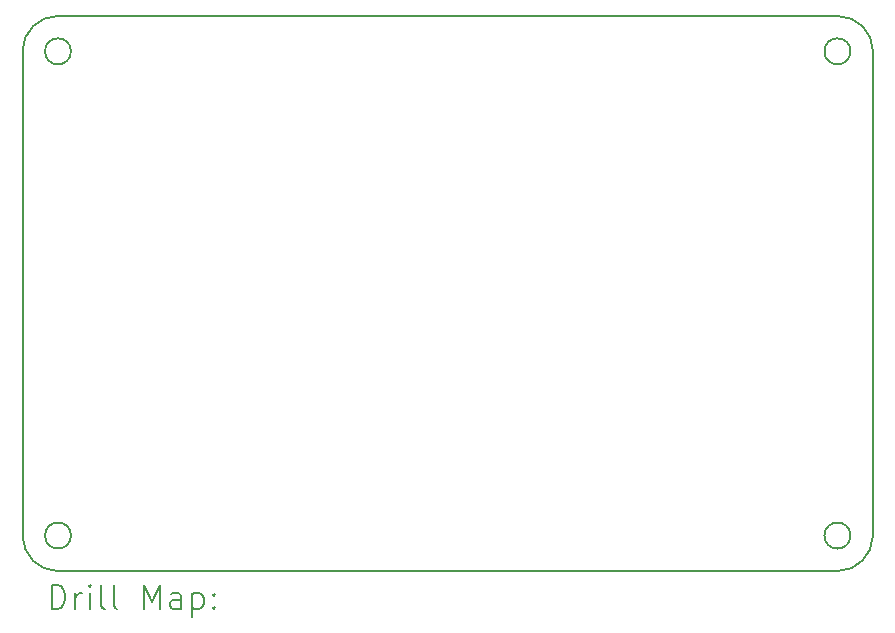
<source format=gbr>
%TF.GenerationSoftware,KiCad,Pcbnew,(6.0.11)*%
%TF.CreationDate,2023-04-21T23:53:47+09:00*%
%TF.ProjectId,line_board,6c696e65-5f62-46f6-9172-642e6b696361,rev?*%
%TF.SameCoordinates,Original*%
%TF.FileFunction,Drillmap*%
%TF.FilePolarity,Positive*%
%FSLAX45Y45*%
G04 Gerber Fmt 4.5, Leading zero omitted, Abs format (unit mm)*
G04 Created by KiCad (PCBNEW (6.0.11)) date 2023-04-21 23:53:47*
%MOMM*%
%LPD*%
G01*
G04 APERTURE LIST*
%ADD10C,0.200000*%
G04 APERTURE END LIST*
D10*
X13996000Y-7317000D02*
G75*
G03*
X13696000Y-7617000I0J-300000D01*
G01*
X13696000Y-11717000D02*
X13696000Y-7617000D01*
X13696000Y-11717000D02*
G75*
G03*
X13996000Y-12017000I300000J0D01*
G01*
X20596000Y-12017000D02*
X13996000Y-12017000D01*
X20596000Y-12017000D02*
G75*
G03*
X20896000Y-11717000I0J300000D01*
G01*
X20896000Y-7617000D02*
X20896000Y-11717000D01*
X20896000Y-7617000D02*
G75*
G03*
X20596000Y-7317000I-300000J0D01*
G01*
X13996000Y-7317000D02*
X20596000Y-7317000D01*
X20706000Y-7617000D02*
G75*
G03*
X20706000Y-7617000I-110000J0D01*
G01*
X20706000Y-11717000D02*
G75*
G03*
X20706000Y-11717000I-110000J0D01*
G01*
X14106000Y-11717000D02*
G75*
G03*
X14106000Y-11717000I-110000J0D01*
G01*
X14106000Y-7617000D02*
G75*
G03*
X14106000Y-7617000I-110000J0D01*
G01*
X13943619Y-12337476D02*
X13943619Y-12137476D01*
X13991238Y-12137476D01*
X14019809Y-12147000D01*
X14038857Y-12166048D01*
X14048381Y-12185095D01*
X14057905Y-12223190D01*
X14057905Y-12251762D01*
X14048381Y-12289857D01*
X14038857Y-12308905D01*
X14019809Y-12327952D01*
X13991238Y-12337476D01*
X13943619Y-12337476D01*
X14143619Y-12337476D02*
X14143619Y-12204143D01*
X14143619Y-12242238D02*
X14153143Y-12223190D01*
X14162667Y-12213667D01*
X14181714Y-12204143D01*
X14200762Y-12204143D01*
X14267428Y-12337476D02*
X14267428Y-12204143D01*
X14267428Y-12137476D02*
X14257905Y-12147000D01*
X14267428Y-12156524D01*
X14276952Y-12147000D01*
X14267428Y-12137476D01*
X14267428Y-12156524D01*
X14391238Y-12337476D02*
X14372190Y-12327952D01*
X14362667Y-12308905D01*
X14362667Y-12137476D01*
X14496000Y-12337476D02*
X14476952Y-12327952D01*
X14467428Y-12308905D01*
X14467428Y-12137476D01*
X14724571Y-12337476D02*
X14724571Y-12137476D01*
X14791238Y-12280333D01*
X14857905Y-12137476D01*
X14857905Y-12337476D01*
X15038857Y-12337476D02*
X15038857Y-12232714D01*
X15029333Y-12213667D01*
X15010286Y-12204143D01*
X14972190Y-12204143D01*
X14953143Y-12213667D01*
X15038857Y-12327952D02*
X15019809Y-12337476D01*
X14972190Y-12337476D01*
X14953143Y-12327952D01*
X14943619Y-12308905D01*
X14943619Y-12289857D01*
X14953143Y-12270809D01*
X14972190Y-12261286D01*
X15019809Y-12261286D01*
X15038857Y-12251762D01*
X15134095Y-12204143D02*
X15134095Y-12404143D01*
X15134095Y-12213667D02*
X15153143Y-12204143D01*
X15191238Y-12204143D01*
X15210286Y-12213667D01*
X15219809Y-12223190D01*
X15229333Y-12242238D01*
X15229333Y-12299381D01*
X15219809Y-12318428D01*
X15210286Y-12327952D01*
X15191238Y-12337476D01*
X15153143Y-12337476D01*
X15134095Y-12327952D01*
X15315048Y-12318428D02*
X15324571Y-12327952D01*
X15315048Y-12337476D01*
X15305524Y-12327952D01*
X15315048Y-12318428D01*
X15315048Y-12337476D01*
X15315048Y-12213667D02*
X15324571Y-12223190D01*
X15315048Y-12232714D01*
X15305524Y-12223190D01*
X15315048Y-12213667D01*
X15315048Y-12232714D01*
M02*

</source>
